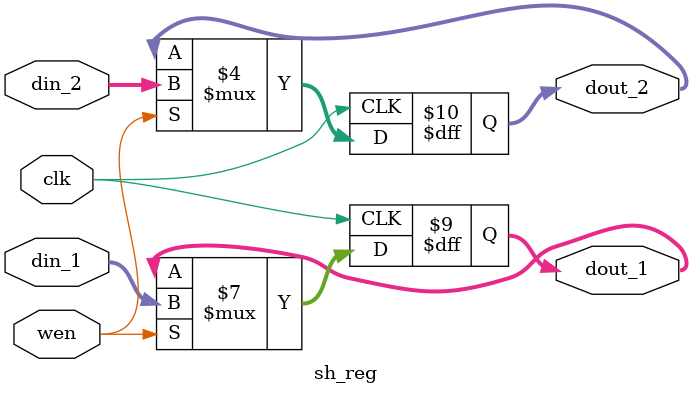
<source format=v>

module sh_reg (clk, wen, din_1, din_2, dout_1, dout_2);

   parameter sh_reg_w  = 4'b1000;
   input clk; 
   input wen; 
   input[sh_reg_w - 1:0] din_1; 
   input[sh_reg_w - 1:0] din_2; 
   output[sh_reg_w - 1:0] dout_1; 
   reg[sh_reg_w - 1:0] dout_1;
   output[sh_reg_w - 1:0] dout_2; 
   reg[sh_reg_w - 1:0] dout_2;

   always @(posedge clk)
   begin
         if (wen == 1'b1)
         begin
            dout_1 <= din_1 ; 
            dout_2 <= din_2 ; 
         end 
		else
		begin
            dout_1 <= dout_1 ; 
            dout_2 <= dout_2 ; 
		end
   end 
endmodule

</source>
